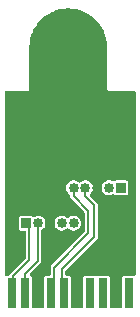
<source format=gtl>
%TF.GenerationSoftware,KiCad,Pcbnew,8.0.8*%
%TF.CreationDate,2025-02-15T01:37:23-07:00*%
%TF.ProjectId,ECE Capstone PCB Design,45434520-4361-4707-9374-6f6e65205043,rev?*%
%TF.SameCoordinates,Original*%
%TF.FileFunction,Copper,L1,Top*%
%TF.FilePolarity,Positive*%
%FSLAX46Y46*%
G04 Gerber Fmt 4.6, Leading zero omitted, Abs format (unit mm)*
G04 Created by KiCad (PCBNEW 8.0.8) date 2025-02-15 01:37:23*
%MOMM*%
%LPD*%
G01*
G04 APERTURE LIST*
%TA.AperFunction,SMDPad,CuDef*%
%ADD10R,0.750000X2.500000*%
%TD*%
%TA.AperFunction,ComponentPad*%
%ADD11R,0.850000X0.850000*%
%TD*%
%TA.AperFunction,ComponentPad*%
%ADD12O,0.850000X0.850000*%
%TD*%
%TA.AperFunction,ComponentPad*%
%ADD13C,5.400000*%
%TD*%
%TA.AperFunction,ViaPad*%
%ADD14C,0.600000*%
%TD*%
%TA.AperFunction,Conductor*%
%ADD15C,0.200000*%
%TD*%
G04 APERTURE END LIST*
D10*
%TO.P,REF\u002A\u002A,1*%
%TO.N,TDMS2+*%
X148330000Y-147880000D03*
%TO.P,REF\u002A\u002A,3*%
%TO.N,TDMS2-*%
X149430000Y-147880000D03*
%TO.P,REF\u002A\u002A,5*%
%TO.N,DGND*%
X150530000Y-147880000D03*
%TO.P,REF\u002A\u002A,7*%
%TO.N,TDMS0+*%
X151630000Y-147880000D03*
%TO.P,REF\u002A\u002A,9*%
%TO.N,TDMS0-*%
X152730000Y-147880000D03*
%TO.P,REF\u002A\u002A,11*%
%TO.N,DGND*%
X153830000Y-147880000D03*
%TO.P,REF\u002A\u002A,13*%
%TO.N,N/C*%
X154930000Y-147880000D03*
%TO.P,REF\u002A\u002A,15*%
X156030000Y-147880000D03*
%TO.P,REF\u002A\u002A,17*%
%TO.N,DGND*%
X157130000Y-147880000D03*
%TO.P,REF\u002A\u002A,19*%
%TO.N,N/C*%
X158224098Y-147880000D03*
%TD*%
D11*
%TO.P,REF\u002A\u002A,1*%
%TO.N,TDMS2+*%
X149550000Y-141990000D03*
D12*
%TO.P,REF\u002A\u002A,2*%
%TO.N,TDMS2-*%
X150550000Y-141990000D03*
%TO.P,REF\u002A\u002A,3*%
%TO.N,DGND*%
X151550000Y-141990000D03*
%TO.P,REF\u002A\u002A,4*%
%TO.N,TDMS1+*%
X152550000Y-141990000D03*
%TO.P,REF\u002A\u002A,5*%
%TO.N,TDMS1-*%
X153550000Y-141990000D03*
%TD*%
D13*
%TO.P,,1*%
%TO.N,DGND*%
X153150000Y-127090000D03*
%TD*%
D11*
%TO.P,REF\u002A\u002A,1*%
%TO.N,TDMSCLK-*%
X157550000Y-138990000D03*
D12*
%TO.P,REF\u002A\u002A,2*%
%TO.N,TDMSCLK+*%
X156550000Y-138990000D03*
%TO.P,REF\u002A\u002A,3*%
%TO.N,DGND*%
X155550000Y-138990000D03*
%TO.P,REF\u002A\u002A,4*%
%TO.N,TDMS0-*%
X154550000Y-138990000D03*
%TO.P,REF\u002A\u002A,5*%
%TO.N,TDMS0+*%
X153550000Y-138990000D03*
%TD*%
D14*
%TO.N,DGND*%
X158000000Y-145050000D03*
X153000000Y-136050000D03*
X149000000Y-140050000D03*
X148250000Y-145300000D03*
X151200000Y-145850000D03*
X155000000Y-136050000D03*
X149000000Y-138050000D03*
X149000000Y-144050000D03*
X157000000Y-137550000D03*
X151000000Y-140050000D03*
X151000000Y-138050000D03*
X148250000Y-142050000D03*
X158000000Y-141050000D03*
X151000000Y-136050000D03*
X157000000Y-136050000D03*
X156000000Y-145050000D03*
X153000000Y-137550000D03*
X152750000Y-140050000D03*
X155000000Y-137550000D03*
X158000000Y-143050000D03*
X149000000Y-136050000D03*
%TD*%
D15*
%TO.N,TDMS0+*%
X151900000Y-147610000D02*
X151630000Y-147880000D01*
%TO.N,TDMS2-*%
X149430000Y-147880000D02*
X149430000Y-146270000D01*
%TO.N,TDMS0+*%
X151900000Y-145750000D02*
X151900000Y-147610000D01*
X154800000Y-140950000D02*
X154800000Y-142850000D01*
%TO.N,TDMS2+*%
X148400000Y-146500000D02*
X149800000Y-145100000D01*
%TO.N,TDMS2-*%
X149430000Y-146270000D02*
X150500000Y-145200000D01*
%TO.N,TDMS0-*%
X152550000Y-145900000D02*
X152550000Y-147700000D01*
%TO.N,TDMS2-*%
X150500000Y-145200000D02*
X150500000Y-142040000D01*
%TO.N,TDMS0-*%
X155300000Y-140450000D02*
X155300000Y-143150000D01*
X152900000Y-147710000D02*
X152730000Y-147880000D01*
X154550000Y-138990000D02*
X154550000Y-139700000D01*
%TO.N,TDMS2+*%
X149800000Y-142240000D02*
X149550000Y-141990000D01*
%TO.N,TDMS0-*%
X155300000Y-143150000D02*
X152550000Y-145900000D01*
X154550000Y-139700000D02*
X155300000Y-140450000D01*
%TO.N,TDMS2+*%
X148330000Y-147880000D02*
X148400000Y-147810000D01*
%TO.N,TDMS0-*%
X152730000Y-147880000D02*
X152650000Y-147800000D01*
X152550000Y-147700000D02*
X152730000Y-147880000D01*
%TO.N,TDMS2-*%
X150500000Y-142040000D02*
X150550000Y-141990000D01*
%TO.N,TDMS0+*%
X153550000Y-139700000D02*
X154800000Y-140950000D01*
X154800000Y-142850000D02*
X151900000Y-145750000D01*
%TO.N,TDMS2+*%
X148400000Y-147810000D02*
X148400000Y-146500000D01*
X149800000Y-145100000D02*
X149800000Y-142240000D01*
%TO.N,TDMS0+*%
X153550000Y-138990000D02*
X153550000Y-139700000D01*
%TD*%
%TA.AperFunction,Conductor*%
%TO.N,DGND*%
G36*
X153438405Y-123818235D02*
G01*
X153451313Y-123819592D01*
X153779587Y-123871585D01*
X153792270Y-123874280D01*
X154113332Y-123960309D01*
X154125665Y-123964316D01*
X154435971Y-124083432D01*
X154447807Y-124088701D01*
X154743977Y-124239607D01*
X154755191Y-124246083D01*
X155033943Y-124427106D01*
X155044444Y-124434735D01*
X155302749Y-124643907D01*
X155312394Y-124652592D01*
X155547407Y-124887605D01*
X155556092Y-124897250D01*
X155765264Y-125155555D01*
X155772893Y-125166056D01*
X155953913Y-125444802D01*
X155960399Y-125456035D01*
X156111293Y-125752182D01*
X156116572Y-125764039D01*
X156235681Y-126074329D01*
X156239692Y-126086673D01*
X156325717Y-126407723D01*
X156328415Y-126420419D01*
X156380407Y-126748686D01*
X156381764Y-126761594D01*
X156399330Y-127096756D01*
X156399500Y-127103246D01*
X156399500Y-130570118D01*
X156399500Y-130649882D01*
X156430024Y-130723574D01*
X156486426Y-130779976D01*
X156560118Y-130810500D01*
X158685327Y-130810500D01*
X158752366Y-130830185D01*
X158798121Y-130882989D01*
X158809327Y-130934566D01*
X158801137Y-146314731D01*
X158781417Y-146381760D01*
X158728588Y-146427487D01*
X158659425Y-146437393D01*
X158652946Y-146436282D01*
X158618850Y-146429500D01*
X158618846Y-146429500D01*
X157829350Y-146429500D01*
X157829345Y-146429500D01*
X157770868Y-146441131D01*
X157770867Y-146441132D01*
X157704545Y-146485447D01*
X157660230Y-146551769D01*
X157660229Y-146551770D01*
X157648598Y-146610247D01*
X157648598Y-149065500D01*
X157628913Y-149132539D01*
X157576109Y-149178294D01*
X157524598Y-149189500D01*
X156729500Y-149189500D01*
X156662461Y-149169815D01*
X156616706Y-149117011D01*
X156605500Y-149065500D01*
X156605500Y-146610249D01*
X156605499Y-146610247D01*
X156593868Y-146551770D01*
X156593867Y-146551769D01*
X156549552Y-146485447D01*
X156483230Y-146441132D01*
X156483229Y-146441131D01*
X156424752Y-146429500D01*
X156424748Y-146429500D01*
X155635252Y-146429500D01*
X155635247Y-146429500D01*
X155576770Y-146441131D01*
X155576766Y-146441133D01*
X155548890Y-146459760D01*
X155482213Y-146480638D01*
X155414833Y-146462153D01*
X155411110Y-146459760D01*
X155383233Y-146441133D01*
X155383229Y-146441131D01*
X155324752Y-146429500D01*
X155324748Y-146429500D01*
X154535252Y-146429500D01*
X154535247Y-146429500D01*
X154476770Y-146441131D01*
X154476769Y-146441132D01*
X154410447Y-146485447D01*
X154366132Y-146551769D01*
X154366131Y-146551770D01*
X154354500Y-146610247D01*
X154354500Y-149065500D01*
X154334815Y-149132539D01*
X154282011Y-149178294D01*
X154230500Y-149189500D01*
X153429500Y-149189500D01*
X153362461Y-149169815D01*
X153316706Y-149117011D01*
X153305500Y-149065500D01*
X153305500Y-146610249D01*
X153305499Y-146610247D01*
X153293868Y-146551770D01*
X153293867Y-146551769D01*
X153249552Y-146485447D01*
X153183230Y-146441132D01*
X153183229Y-146441131D01*
X153124752Y-146429500D01*
X153124748Y-146429500D01*
X152974500Y-146429500D01*
X152907461Y-146409815D01*
X152861706Y-146357011D01*
X152850500Y-146305500D01*
X152850500Y-146075833D01*
X152870185Y-146008794D01*
X152886819Y-145988152D01*
X153950804Y-144924167D01*
X155540460Y-143334511D01*
X155580021Y-143265989D01*
X155600500Y-143189562D01*
X155600500Y-140410438D01*
X155580021Y-140334011D01*
X155580017Y-140334004D01*
X155540464Y-140265495D01*
X155540458Y-140265487D01*
X154935113Y-139660142D01*
X154901628Y-139598819D01*
X154906612Y-139529127D01*
X154940566Y-139479647D01*
X155021632Y-139407830D01*
X155107921Y-139282819D01*
X155161785Y-139140791D01*
X155180094Y-138990000D01*
X155919906Y-138990000D01*
X155938215Y-139140791D01*
X155992079Y-139282819D01*
X156078368Y-139407830D01*
X156192066Y-139508557D01*
X156326566Y-139579148D01*
X156400308Y-139597324D01*
X156474050Y-139615500D01*
X156474051Y-139615500D01*
X156625950Y-139615500D01*
X156662820Y-139606412D01*
X156773434Y-139579148D01*
X156841258Y-139543551D01*
X156909763Y-139529826D01*
X156969880Y-139553384D01*
X156970293Y-139552767D01*
X156973110Y-139554649D01*
X156974816Y-139555318D01*
X156977029Y-139557268D01*
X157046769Y-139603867D01*
X157046770Y-139603868D01*
X157105247Y-139615499D01*
X157105250Y-139615500D01*
X157105252Y-139615500D01*
X157994750Y-139615500D01*
X157994751Y-139615499D01*
X158009568Y-139612552D01*
X158053229Y-139603868D01*
X158053229Y-139603867D01*
X158053231Y-139603867D01*
X158119552Y-139559552D01*
X158163867Y-139493231D01*
X158163867Y-139493229D01*
X158163868Y-139493229D01*
X158175499Y-139434752D01*
X158175500Y-139434750D01*
X158175500Y-138545249D01*
X158175499Y-138545247D01*
X158163868Y-138486770D01*
X158163867Y-138486769D01*
X158119552Y-138420447D01*
X158053230Y-138376132D01*
X158053229Y-138376131D01*
X157994752Y-138364500D01*
X157994748Y-138364500D01*
X157105252Y-138364500D01*
X157105247Y-138364500D01*
X157046770Y-138376131D01*
X157046769Y-138376132D01*
X156970293Y-138427233D01*
X156968328Y-138424292D01*
X156925215Y-138447822D01*
X156855524Y-138442824D01*
X156841259Y-138436449D01*
X156773434Y-138400852D01*
X156773431Y-138400851D01*
X156625950Y-138364500D01*
X156625949Y-138364500D01*
X156474051Y-138364500D01*
X156474050Y-138364500D01*
X156326567Y-138400851D01*
X156192067Y-138471442D01*
X156078367Y-138572171D01*
X155992080Y-138697179D01*
X155992079Y-138697180D01*
X155992079Y-138697181D01*
X155938215Y-138839209D01*
X155919906Y-138990000D01*
X155180094Y-138990000D01*
X155161785Y-138839209D01*
X155107921Y-138697181D01*
X155021632Y-138572170D01*
X154907934Y-138471443D01*
X154773434Y-138400852D01*
X154773433Y-138400851D01*
X154773432Y-138400851D01*
X154625950Y-138364500D01*
X154625949Y-138364500D01*
X154474051Y-138364500D01*
X154474050Y-138364500D01*
X154326567Y-138400851D01*
X154192064Y-138471443D01*
X154132226Y-138524455D01*
X154068993Y-138554176D01*
X153999729Y-138544992D01*
X153967774Y-138524455D01*
X153907935Y-138471443D01*
X153773432Y-138400851D01*
X153625950Y-138364500D01*
X153625949Y-138364500D01*
X153474051Y-138364500D01*
X153474050Y-138364500D01*
X153326567Y-138400851D01*
X153192067Y-138471442D01*
X153078367Y-138572171D01*
X152992080Y-138697179D01*
X152992079Y-138697180D01*
X152992079Y-138697181D01*
X152938215Y-138839209D01*
X152919906Y-138990000D01*
X152938215Y-139140791D01*
X152992079Y-139282819D01*
X153078368Y-139407830D01*
X153192066Y-139508557D01*
X153192072Y-139508560D01*
X153195931Y-139511224D01*
X153239926Y-139565503D01*
X153249500Y-139613280D01*
X153249500Y-139739562D01*
X153263152Y-139790513D01*
X153269979Y-139815990D01*
X153269982Y-139815995D01*
X153309535Y-139884504D01*
X153309541Y-139884512D01*
X154463181Y-141038152D01*
X154496666Y-141099475D01*
X154499500Y-141125833D01*
X154499500Y-142674167D01*
X154479815Y-142741206D01*
X154463181Y-142761848D01*
X151659541Y-145565487D01*
X151659535Y-145565495D01*
X151619982Y-145634004D01*
X151619979Y-145634009D01*
X151599500Y-145710439D01*
X151599500Y-146305500D01*
X151579815Y-146372539D01*
X151527011Y-146418294D01*
X151475500Y-146429500D01*
X151235247Y-146429500D01*
X151176770Y-146441131D01*
X151176769Y-146441132D01*
X151110447Y-146485447D01*
X151066132Y-146551769D01*
X151066131Y-146551770D01*
X151054500Y-146610247D01*
X151054500Y-149065500D01*
X151034815Y-149132539D01*
X150982011Y-149178294D01*
X150930500Y-149189500D01*
X150129500Y-149189500D01*
X150062461Y-149169815D01*
X150016706Y-149117011D01*
X150005500Y-149065500D01*
X150005500Y-146610249D01*
X150005499Y-146610247D01*
X149993868Y-146551770D01*
X149993867Y-146551769D01*
X149949552Y-146485447D01*
X149889333Y-146445210D01*
X149844528Y-146391597D01*
X149835821Y-146322272D01*
X149865976Y-146259245D01*
X149870524Y-146254446D01*
X150740460Y-145384511D01*
X150780022Y-145315988D01*
X150800500Y-145239562D01*
X150800500Y-145160438D01*
X150800500Y-142639903D01*
X150820185Y-142572864D01*
X150866875Y-142530106D01*
X150907934Y-142508557D01*
X151021632Y-142407830D01*
X151107921Y-142282819D01*
X151161785Y-142140791D01*
X151180094Y-141990000D01*
X151919906Y-141990000D01*
X151938215Y-142140791D01*
X151992079Y-142282819D01*
X152078368Y-142407830D01*
X152192066Y-142508557D01*
X152326566Y-142579148D01*
X152400308Y-142597324D01*
X152474050Y-142615500D01*
X152474051Y-142615500D01*
X152625950Y-142615500D01*
X152675110Y-142603382D01*
X152773434Y-142579148D01*
X152907934Y-142508557D01*
X152967774Y-142455543D01*
X153031006Y-142425823D01*
X153100270Y-142435007D01*
X153132224Y-142455542D01*
X153192066Y-142508557D01*
X153326566Y-142579148D01*
X153400308Y-142597324D01*
X153474050Y-142615500D01*
X153474051Y-142615500D01*
X153625950Y-142615500D01*
X153675110Y-142603382D01*
X153773434Y-142579148D01*
X153907934Y-142508557D01*
X154021632Y-142407830D01*
X154107921Y-142282819D01*
X154161785Y-142140791D01*
X154180094Y-141990000D01*
X154161785Y-141839209D01*
X154107921Y-141697181D01*
X154021632Y-141572170D01*
X153907934Y-141471443D01*
X153773434Y-141400852D01*
X153773433Y-141400851D01*
X153773432Y-141400851D01*
X153625950Y-141364500D01*
X153625949Y-141364500D01*
X153474051Y-141364500D01*
X153474050Y-141364500D01*
X153326567Y-141400851D01*
X153192064Y-141471443D01*
X153132226Y-141524455D01*
X153068993Y-141554176D01*
X152999729Y-141544992D01*
X152967774Y-141524455D01*
X152907935Y-141471443D01*
X152773432Y-141400851D01*
X152625950Y-141364500D01*
X152625949Y-141364500D01*
X152474051Y-141364500D01*
X152474050Y-141364500D01*
X152326567Y-141400851D01*
X152192067Y-141471442D01*
X152078367Y-141572171D01*
X151992080Y-141697179D01*
X151992079Y-141697180D01*
X151992079Y-141697181D01*
X151938215Y-141839209D01*
X151919906Y-141990000D01*
X151180094Y-141990000D01*
X151161785Y-141839209D01*
X151107921Y-141697181D01*
X151021632Y-141572170D01*
X150907934Y-141471443D01*
X150773434Y-141400852D01*
X150773433Y-141400851D01*
X150773432Y-141400851D01*
X150625950Y-141364500D01*
X150625949Y-141364500D01*
X150474051Y-141364500D01*
X150474050Y-141364500D01*
X150326567Y-141400851D01*
X150258743Y-141436448D01*
X150190234Y-141450172D01*
X150130119Y-141426615D01*
X150129707Y-141427233D01*
X150126886Y-141425348D01*
X150125181Y-141424680D01*
X150122968Y-141422730D01*
X150053230Y-141376132D01*
X150053229Y-141376131D01*
X149994752Y-141364500D01*
X149994748Y-141364500D01*
X149105252Y-141364500D01*
X149105247Y-141364500D01*
X149046770Y-141376131D01*
X149046769Y-141376132D01*
X148980447Y-141420447D01*
X148936132Y-141486769D01*
X148936131Y-141486770D01*
X148924500Y-141545247D01*
X148924500Y-142434752D01*
X148936131Y-142493229D01*
X148936132Y-142493230D01*
X148980447Y-142559552D01*
X149046769Y-142603867D01*
X149046770Y-142603868D01*
X149105247Y-142615499D01*
X149105250Y-142615500D01*
X149105252Y-142615500D01*
X149375500Y-142615500D01*
X149442539Y-142635185D01*
X149488294Y-142687989D01*
X149499500Y-142739500D01*
X149499500Y-144924167D01*
X149479815Y-144991206D01*
X149463181Y-145011848D01*
X148159541Y-146315487D01*
X148159537Y-146315492D01*
X148129511Y-146367500D01*
X148078944Y-146415716D01*
X148022124Y-146429500D01*
X147935247Y-146429500D01*
X147876770Y-146441131D01*
X147873581Y-146442453D01*
X147866070Y-146443260D01*
X147864790Y-146443515D01*
X147864767Y-146443400D01*
X147804112Y-146449920D01*
X147741633Y-146418645D01*
X147705981Y-146358555D01*
X147702130Y-146327830D01*
X147710327Y-130934433D01*
X147730047Y-130867405D01*
X147782876Y-130821678D01*
X147834327Y-130810500D01*
X149639880Y-130810500D01*
X149639882Y-130810500D01*
X149713574Y-130779976D01*
X149769976Y-130723574D01*
X149800500Y-130649882D01*
X149800500Y-127103246D01*
X149800670Y-127096756D01*
X149818235Y-126761594D01*
X149819592Y-126748686D01*
X149871586Y-126420409D01*
X149874279Y-126407733D01*
X149960310Y-126086662D01*
X149964314Y-126074340D01*
X150083434Y-125764021D01*
X150088698Y-125752199D01*
X150239611Y-125456014D01*
X150246077Y-125444816D01*
X150427113Y-125166045D01*
X150434727Y-125155564D01*
X150643915Y-124897241D01*
X150652582Y-124887615D01*
X150887615Y-124652582D01*
X150897241Y-124643915D01*
X151155564Y-124434727D01*
X151166045Y-124427113D01*
X151444816Y-124246077D01*
X151456014Y-124239611D01*
X151752199Y-124088698D01*
X151764021Y-124083434D01*
X152074340Y-123964314D01*
X152086662Y-123960310D01*
X152407733Y-123874279D01*
X152420409Y-123871586D01*
X152748688Y-123819591D01*
X152761592Y-123818235D01*
X153093512Y-123800840D01*
X153106488Y-123800840D01*
X153438405Y-123818235D01*
G37*
%TD.AperFunction*%
%TD*%
M02*

</source>
